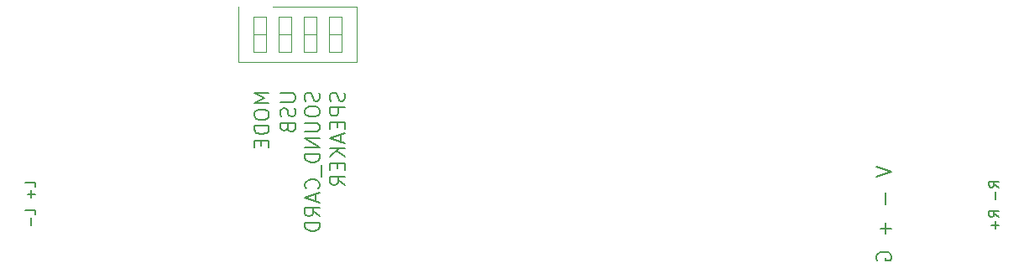
<source format=gbr>
G04 #@! TF.FileFunction,Legend,Bot*
%FSLAX46Y46*%
G04 Gerber Fmt 4.6, Leading zero omitted, Abs format (unit mm)*
G04 Created by KiCad (PCBNEW 4.0.6) date 05/08/17 22:23:47*
%MOMM*%
%LPD*%
G01*
G04 APERTURE LIST*
%ADD10C,0.100000*%
%ADD11C,0.150000*%
%ADD12C,0.120000*%
G04 APERTURE END LIST*
D10*
D11*
X198124071Y-101731572D02*
X199624071Y-102231572D01*
X198124071Y-102731572D01*
X199052643Y-104374429D02*
X199052643Y-105517286D01*
X199052643Y-107374429D02*
X199052643Y-108517286D01*
X199624071Y-107945857D02*
X198481214Y-107945857D01*
X198195500Y-111160143D02*
X198124071Y-111017286D01*
X198124071Y-110803000D01*
X198195500Y-110588715D01*
X198338357Y-110445857D01*
X198481214Y-110374429D01*
X198766929Y-110303000D01*
X198981214Y-110303000D01*
X199266929Y-110374429D01*
X199409786Y-110445857D01*
X199552643Y-110588715D01*
X199624071Y-110803000D01*
X199624071Y-110945857D01*
X199552643Y-111160143D01*
X199481214Y-111231572D01*
X198981214Y-111231572D01*
X198981214Y-110945857D01*
X144434643Y-94219000D02*
X144506071Y-94433286D01*
X144506071Y-94790429D01*
X144434643Y-94933286D01*
X144363214Y-95004715D01*
X144220357Y-95076143D01*
X144077500Y-95076143D01*
X143934643Y-95004715D01*
X143863214Y-94933286D01*
X143791786Y-94790429D01*
X143720357Y-94504715D01*
X143648929Y-94361857D01*
X143577500Y-94290429D01*
X143434643Y-94219000D01*
X143291786Y-94219000D01*
X143148929Y-94290429D01*
X143077500Y-94361857D01*
X143006071Y-94504715D01*
X143006071Y-94861857D01*
X143077500Y-95076143D01*
X144506071Y-95719000D02*
X143006071Y-95719000D01*
X143006071Y-96290428D01*
X143077500Y-96433286D01*
X143148929Y-96504714D01*
X143291786Y-96576143D01*
X143506071Y-96576143D01*
X143648929Y-96504714D01*
X143720357Y-96433286D01*
X143791786Y-96290428D01*
X143791786Y-95719000D01*
X143720357Y-97219000D02*
X143720357Y-97719000D01*
X144506071Y-97933286D02*
X144506071Y-97219000D01*
X143006071Y-97219000D01*
X143006071Y-97933286D01*
X144077500Y-98504714D02*
X144077500Y-99219000D01*
X144506071Y-98361857D02*
X143006071Y-98861857D01*
X144506071Y-99361857D01*
X144506071Y-99861857D02*
X143006071Y-99861857D01*
X144506071Y-100719000D02*
X143648929Y-100076143D01*
X143006071Y-100719000D02*
X143863214Y-99861857D01*
X143720357Y-101361857D02*
X143720357Y-101861857D01*
X144506071Y-102076143D02*
X144506071Y-101361857D01*
X143006071Y-101361857D01*
X143006071Y-102076143D01*
X144506071Y-103576143D02*
X143791786Y-103076143D01*
X144506071Y-102719000D02*
X143006071Y-102719000D01*
X143006071Y-103290428D01*
X143077500Y-103433286D01*
X143148929Y-103504714D01*
X143291786Y-103576143D01*
X143506071Y-103576143D01*
X143648929Y-103504714D01*
X143720357Y-103433286D01*
X143791786Y-103290428D01*
X143791786Y-102719000D01*
X141894643Y-94219000D02*
X141966071Y-94433286D01*
X141966071Y-94790429D01*
X141894643Y-94933286D01*
X141823214Y-95004715D01*
X141680357Y-95076143D01*
X141537500Y-95076143D01*
X141394643Y-95004715D01*
X141323214Y-94933286D01*
X141251786Y-94790429D01*
X141180357Y-94504715D01*
X141108929Y-94361857D01*
X141037500Y-94290429D01*
X140894643Y-94219000D01*
X140751786Y-94219000D01*
X140608929Y-94290429D01*
X140537500Y-94361857D01*
X140466071Y-94504715D01*
X140466071Y-94861857D01*
X140537500Y-95076143D01*
X140466071Y-96004714D02*
X140466071Y-96290428D01*
X140537500Y-96433286D01*
X140680357Y-96576143D01*
X140966071Y-96647571D01*
X141466071Y-96647571D01*
X141751786Y-96576143D01*
X141894643Y-96433286D01*
X141966071Y-96290428D01*
X141966071Y-96004714D01*
X141894643Y-95861857D01*
X141751786Y-95719000D01*
X141466071Y-95647571D01*
X140966071Y-95647571D01*
X140680357Y-95719000D01*
X140537500Y-95861857D01*
X140466071Y-96004714D01*
X140466071Y-97290429D02*
X141680357Y-97290429D01*
X141823214Y-97361857D01*
X141894643Y-97433286D01*
X141966071Y-97576143D01*
X141966071Y-97861857D01*
X141894643Y-98004715D01*
X141823214Y-98076143D01*
X141680357Y-98147572D01*
X140466071Y-98147572D01*
X141966071Y-98861858D02*
X140466071Y-98861858D01*
X141966071Y-99719001D01*
X140466071Y-99719001D01*
X141966071Y-100433287D02*
X140466071Y-100433287D01*
X140466071Y-100790430D01*
X140537500Y-101004715D01*
X140680357Y-101147573D01*
X140823214Y-101219001D01*
X141108929Y-101290430D01*
X141323214Y-101290430D01*
X141608929Y-101219001D01*
X141751786Y-101147573D01*
X141894643Y-101004715D01*
X141966071Y-100790430D01*
X141966071Y-100433287D01*
X142108929Y-101576144D02*
X142108929Y-102719001D01*
X141823214Y-103933287D02*
X141894643Y-103861858D01*
X141966071Y-103647572D01*
X141966071Y-103504715D01*
X141894643Y-103290430D01*
X141751786Y-103147572D01*
X141608929Y-103076144D01*
X141323214Y-103004715D01*
X141108929Y-103004715D01*
X140823214Y-103076144D01*
X140680357Y-103147572D01*
X140537500Y-103290430D01*
X140466071Y-103504715D01*
X140466071Y-103647572D01*
X140537500Y-103861858D01*
X140608929Y-103933287D01*
X141537500Y-104504715D02*
X141537500Y-105219001D01*
X141966071Y-104361858D02*
X140466071Y-104861858D01*
X141966071Y-105361858D01*
X141966071Y-106719001D02*
X141251786Y-106219001D01*
X141966071Y-105861858D02*
X140466071Y-105861858D01*
X140466071Y-106433286D01*
X140537500Y-106576144D01*
X140608929Y-106647572D01*
X140751786Y-106719001D01*
X140966071Y-106719001D01*
X141108929Y-106647572D01*
X141180357Y-106576144D01*
X141251786Y-106433286D01*
X141251786Y-105861858D01*
X141966071Y-107361858D02*
X140466071Y-107361858D01*
X140466071Y-107719001D01*
X140537500Y-107933286D01*
X140680357Y-108076144D01*
X140823214Y-108147572D01*
X141108929Y-108219001D01*
X141323214Y-108219001D01*
X141608929Y-108147572D01*
X141751786Y-108076144D01*
X141894643Y-107933286D01*
X141966071Y-107719001D01*
X141966071Y-107361858D01*
X137989571Y-94290428D02*
X139203857Y-94290428D01*
X139346714Y-94361856D01*
X139418143Y-94433285D01*
X139489571Y-94576142D01*
X139489571Y-94861856D01*
X139418143Y-95004714D01*
X139346714Y-95076142D01*
X139203857Y-95147571D01*
X137989571Y-95147571D01*
X139418143Y-95790428D02*
X139489571Y-96004714D01*
X139489571Y-96361857D01*
X139418143Y-96504714D01*
X139346714Y-96576143D01*
X139203857Y-96647571D01*
X139061000Y-96647571D01*
X138918143Y-96576143D01*
X138846714Y-96504714D01*
X138775286Y-96361857D01*
X138703857Y-96076143D01*
X138632429Y-95933285D01*
X138561000Y-95861857D01*
X138418143Y-95790428D01*
X138275286Y-95790428D01*
X138132429Y-95861857D01*
X138061000Y-95933285D01*
X137989571Y-96076143D01*
X137989571Y-96433285D01*
X138061000Y-96647571D01*
X138703857Y-97790428D02*
X138775286Y-98004714D01*
X138846714Y-98076142D01*
X138989571Y-98147571D01*
X139203857Y-98147571D01*
X139346714Y-98076142D01*
X139418143Y-98004714D01*
X139489571Y-97861856D01*
X139489571Y-97290428D01*
X137989571Y-97290428D01*
X137989571Y-97790428D01*
X138061000Y-97933285D01*
X138132429Y-98004714D01*
X138275286Y-98076142D01*
X138418143Y-98076142D01*
X138561000Y-98004714D01*
X138632429Y-97933285D01*
X138703857Y-97790428D01*
X138703857Y-97290428D01*
X136822571Y-94290428D02*
X135322571Y-94290428D01*
X136394000Y-94790428D01*
X135322571Y-95290428D01*
X136822571Y-95290428D01*
X135322571Y-96290428D02*
X135322571Y-96576142D01*
X135394000Y-96719000D01*
X135536857Y-96861857D01*
X135822571Y-96933285D01*
X136322571Y-96933285D01*
X136608286Y-96861857D01*
X136751143Y-96719000D01*
X136822571Y-96576142D01*
X136822571Y-96290428D01*
X136751143Y-96147571D01*
X136608286Y-96004714D01*
X136322571Y-95933285D01*
X135822571Y-95933285D01*
X135536857Y-96004714D01*
X135394000Y-96147571D01*
X135322571Y-96290428D01*
X136822571Y-97576143D02*
X135322571Y-97576143D01*
X135322571Y-97933286D01*
X135394000Y-98147571D01*
X135536857Y-98290429D01*
X135679714Y-98361857D01*
X135965429Y-98433286D01*
X136179714Y-98433286D01*
X136465429Y-98361857D01*
X136608286Y-98290429D01*
X136751143Y-98147571D01*
X136822571Y-97933286D01*
X136822571Y-97576143D01*
X136036857Y-99076143D02*
X136036857Y-99576143D01*
X136822571Y-99790429D02*
X136822571Y-99076143D01*
X135322571Y-99076143D01*
X135322571Y-99790429D01*
X210446881Y-103790977D02*
X209970690Y-103457643D01*
X210446881Y-103219548D02*
X209446881Y-103219548D01*
X209446881Y-103600501D01*
X209494500Y-103695739D01*
X209542119Y-103743358D01*
X209637357Y-103790977D01*
X209780214Y-103790977D01*
X209875452Y-103743358D01*
X209923071Y-103695739D01*
X209970690Y-103600501D01*
X209970690Y-103219548D01*
X210065929Y-104219548D02*
X210065929Y-104981453D01*
X210446881Y-106790977D02*
X209970690Y-106457643D01*
X210446881Y-106219548D02*
X209446881Y-106219548D01*
X209446881Y-106600501D01*
X209494500Y-106695739D01*
X209542119Y-106743358D01*
X209637357Y-106790977D01*
X209780214Y-106790977D01*
X209875452Y-106743358D01*
X209923071Y-106695739D01*
X209970690Y-106600501D01*
X209970690Y-106219548D01*
X210065929Y-107219548D02*
X210065929Y-107981453D01*
X210446881Y-107600501D02*
X209684976Y-107600501D01*
X113228381Y-103759215D02*
X113228381Y-103283024D01*
X112228381Y-103283024D01*
X112847429Y-104092548D02*
X112847429Y-104854453D01*
X113228381Y-104473501D02*
X112466476Y-104473501D01*
X113228381Y-106568739D02*
X113228381Y-106092548D01*
X112228381Y-106092548D01*
X112847429Y-106902072D02*
X112847429Y-107663977D01*
D12*
X133747586Y-85560961D02*
X133747586Y-91100961D01*
X133747586Y-91100961D02*
X145707586Y-91100961D01*
X145707586Y-91100961D02*
X145707586Y-85560961D01*
X145707586Y-85560961D02*
X137187586Y-85560961D01*
X135282586Y-86520961D02*
X136552586Y-86520961D01*
X136552586Y-86520961D02*
X136552586Y-90140961D01*
X136552586Y-90140961D02*
X135282586Y-90140961D01*
X135282586Y-90140961D02*
X135282586Y-86520961D01*
X135282586Y-88330961D02*
X136552586Y-88330961D01*
X137822586Y-86520961D02*
X139092586Y-86520961D01*
X139092586Y-86520961D02*
X139092586Y-90140961D01*
X139092586Y-90140961D02*
X137822586Y-90140961D01*
X137822586Y-90140961D02*
X137822586Y-86520961D01*
X137822586Y-88330961D02*
X139092586Y-88330961D01*
X140362586Y-86520961D02*
X141632586Y-86520961D01*
X141632586Y-86520961D02*
X141632586Y-90140961D01*
X141632586Y-90140961D02*
X140362586Y-90140961D01*
X140362586Y-90140961D02*
X140362586Y-86520961D01*
X140362586Y-88330961D02*
X141632586Y-88330961D01*
X142902586Y-86520961D02*
X144172586Y-86520961D01*
X144172586Y-86520961D02*
X144172586Y-90140961D01*
X144172586Y-90140961D02*
X142902586Y-90140961D01*
X142902586Y-90140961D02*
X142902586Y-86520961D01*
X142902586Y-88330961D02*
X144172586Y-88330961D01*
M02*

</source>
